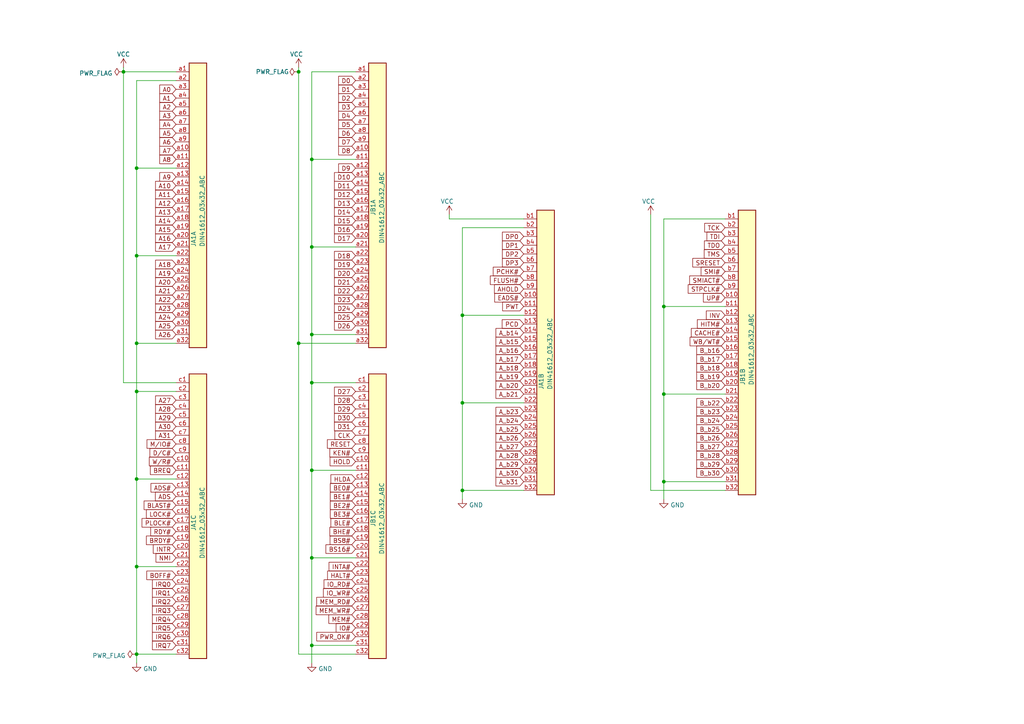
<source format=kicad_sch>
(kicad_sch (version 20211123) (generator eeschema)
  (paper "A4")
  (lib_symbols
    (symbol "Private Lib:DIN41612_03x32_ABC"
      (property "Reference" "U" (at 0 0 0))
      (property "Value" "DIN41612_03x32_ABC" (at 0 2.54 0))
      (symbol "DIN41612_03x32_ABC_0_1"
        (rectangle (start -2.54 -2.54) (end 2.54 -85.09) (stroke (width 0.254)) (fill (type background)))
      )
      (symbol "DIN41612_03x32_ABC_1_1"
        (pin passive line (at -6.35 -5.08 0) (length 3.81) (name "") (number "a1"))
        (pin passive line (at -6.35 -27.94 0) (length 3.81) (name "") (number "a10"))
        (pin passive line (at -6.35 -30.48 0) (length 3.81) (name "") (number "a11"))
        (pin passive line (at -6.35 -33.02 0) (length 3.81) (name "") (number "a12"))
        (pin passive line (at -6.35 -35.56 0) (length 3.81) (name "") (number "a13"))
        (pin passive line (at -6.35 -38.1 0) (length 3.81) (name "") (number "a14"))
        (pin passive line (at -6.35 -40.64 0) (length 3.81) (name "") (number "a15"))
        (pin passive line (at -6.35 -43.18 0) (length 3.81) (name "") (number "a16"))
        (pin passive line (at -6.35 -45.72 0) (length 3.81) (name "") (number "a17"))
        (pin passive line (at -6.35 -48.26 0) (length 3.81) (name "") (number "a18"))
        (pin passive line (at -6.35 -50.8 0) (length 3.81) (name "") (number "a19"))
        (pin passive line (at -6.35 -7.62 0) (length 3.81) (name "") (number "a2"))
        (pin passive line (at -6.35 -53.34 0) (length 3.81) (name "") (number "a20"))
        (pin passive line (at -6.35 -55.88 0) (length 3.81) (name "") (number "a21"))
        (pin passive line (at -6.35 -58.42 0) (length 3.81) (name "") (number "a22"))
        (pin passive line (at -6.35 -60.96 0) (length 3.81) (name "") (number "a23"))
        (pin passive line (at -6.35 -63.5 0) (length 3.81) (name "") (number "a24"))
        (pin passive line (at -6.35 -66.04 0) (length 3.81) (name "") (number "a25"))
        (pin passive line (at -6.35 -68.58 0) (length 3.81) (name "") (number "a26"))
        (pin passive line (at -6.35 -71.12 0) (length 3.81) (name "") (number "a27"))
        (pin passive line (at -6.35 -73.66 0) (length 3.81) (name "") (number "a28"))
        (pin passive line (at -6.35 -76.2 0) (length 3.81) (name "") (number "a29"))
        (pin passive line (at -6.35 -10.16 0) (length 3.81) (name "") (number "a3"))
        (pin passive line (at -6.35 -78.74 0) (length 3.81) (name "") (number "a30"))
        (pin passive line (at -6.35 -81.28 0) (length 3.81) (name "") (number "a31"))
        (pin passive line (at -6.35 -83.82 0) (length 3.81) (name "") (number "a32"))
        (pin passive line (at -6.35 -12.7 0) (length 3.81) (name "") (number "a4"))
        (pin passive line (at -6.35 -15.24 0) (length 3.81) (name "") (number "a5"))
        (pin passive line (at -6.35 -17.78 0) (length 3.81) (name "") (number "a6"))
        (pin passive line (at -6.35 -20.32 0) (length 3.81) (name "") (number "a7"))
        (pin passive line (at -6.35 -22.86 0) (length 3.81) (name "") (number "a8"))
        (pin passive line (at -6.35 -25.4 0) (length 3.81) (name "") (number "a9"))
      )
      (symbol "DIN41612_03x32_ABC_2_1"
        (pin passive line (at -6.35 -5.08 0) (length 3.81) (name "") (number "b1"))
        (pin passive line (at -6.35 -27.94 0) (length 3.81) (name "") (number "b10"))
        (pin passive line (at -6.35 -30.48 0) (length 3.81) (name "") (number "b11"))
        (pin passive line (at -6.35 -33.02 0) (length 3.81) (name "") (number "b12"))
        (pin passive line (at -6.35 -35.56 0) (length 3.81) (name "") (number "b13"))
        (pin passive line (at -6.35 -38.1 0) (length 3.81) (name "") (number "b14"))
        (pin passive line (at -6.35 -40.64 0) (length 3.81) (name "") (number "b15"))
        (pin passive line (at -6.35 -43.18 0) (length 3.81) (name "") (number "b16"))
        (pin passive line (at -6.35 -45.72 0) (length 3.81) (name "") (number "b17"))
        (pin passive line (at -6.35 -48.26 0) (length 3.81) (name "") (number "b18"))
        (pin passive line (at -6.35 -50.8 0) (length 3.81) (name "") (number "b19"))
        (pin passive line (at -6.35 -7.62 0) (length 3.81) (name "") (number "b2"))
        (pin passive line (at -6.35 -53.34 0) (length 3.81) (name "") (number "b20"))
        (pin passive line (at -6.35 -55.88 0) (length 3.81) (name "") (number "b21"))
        (pin passive line (at -6.35 -58.42 0) (length 3.81) (name "") (number "b22"))
        (pin passive line (at -6.35 -60.96 0) (length 3.81) (name "") (number "b23"))
        (pin passive line (at -6.35 -63.5 0) (length 3.81) (name "") (number "b24"))
        (pin passive line (at -6.35 -66.04 0) (length 3.81) (name "") (number "b25"))
        (pin passive line (at -6.35 -68.58 0) (length 3.81) (name "") (number "b26"))
        (pin passive line (at -6.35 -71.12 0) (length 3.81) (name "") (number "b27"))
        (pin passive line (at -6.35 -73.66 0) (length 3.81) (name "") (number "b28"))
        (pin passive line (at -6.35 -76.2 0) (length 3.81) (name "") (number "b29"))
        (pin passive line (at -6.35 -10.16 0) (length 3.81) (name "") (number "b3"))
        (pin passive line (at -6.35 -78.74 0) (length 3.81) (name "") (number "b30"))
        (pin passive line (at -6.35 -81.28 0) (length 3.81) (name "") (number "b31"))
        (pin passive line (at -6.35 -83.82 0) (length 3.81) (name "") (number "b32"))
        (pin passive line (at -6.35 -12.7 0) (length 3.81) (name "") (number "b4"))
        (pin passive line (at -6.35 -15.24 0) (length 3.81) (name "") (number "b5"))
        (pin passive line (at -6.35 -17.78 0) (length 3.81) (name "") (number "b6"))
        (pin passive line (at -6.35 -20.32 0) (length 3.81) (name "") (number "b7"))
        (pin passive line (at -6.35 -22.86 0) (length 3.81) (name "") (number "b8"))
        (pin passive line (at -6.35 -25.4 0) (length 3.81) (name "") (number "b9"))
      )
      (symbol "DIN41612_03x32_ABC_3_1"
        (pin passive line (at -6.35 -5.08 0) (length 3.81) (name "") (number "c1"))
        (pin passive line (at -6.35 -27.94 0) (length 3.81) (name "") (number "c10"))
        (pin passive line (at -6.35 -30.48 0) (length 3.81) (name "") (number "c11"))
        (pin passive line (at -6.35 -33.02 0) (length 3.81) (name "") (number "c12"))
        (pin passive line (at -6.35 -35.56 0) (length 3.81) (name "") (number "c13"))
        (pin passive line (at -6.35 -38.1 0) (length 3.81) (name "") (number "c14"))
        (pin passive line (at -6.35 -40.64 0) (length 3.81) (name "") (number "c15"))
        (pin passive line (at -6.35 -43.18 0) (length 3.81) (name "") (number "c16"))
        (pin passive line (at -6.35 -45.72 0) (length 3.81) (name "") (number "c17"))
        (pin passive line (at -6.35 -48.26 0) (length 3.81) (name "") (number "c18"))
        (pin passive line (at -6.35 -50.8 0) (length 3.81) (name "") (number "c19"))
        (pin passive line (at -6.35 -7.62 0) (length 3.81) (name "") (number "c2"))
        (pin passive line (at -6.35 -53.34 0) (length 3.81) (name "") (number "c20"))
        (pin passive line (at -6.35 -55.88 0) (length 3.81) (name "") (number "c21"))
        (pin passive line (at -6.35 -58.42 0) (length 3.81) (name "") (number "c22"))
        (pin passive line (at -6.35 -60.96 0) (length 3.81) (name "") (number "c23"))
        (pin passive line (at -6.35 -63.5 0) (length 3.81) (name "") (number "c24"))
        (pin passive line (at -6.35 -66.04 0) (length 3.81) (name "") (number "c25"))
        (pin passive line (at -6.35 -68.58 0) (length 3.81) (name "") (number "c26"))
        (pin passive line (at -6.35 -71.12 0) (length 3.81) (name "") (number "c27"))
        (pin passive line (at -6.35 -73.66 0) (length 3.81) (name "") (number "c28"))
        (pin passive line (at -6.35 -76.2 0) (length 3.81) (name "") (number "c29"))
        (pin passive line (at -6.35 -10.16 0) (length 3.81) (name "") (number "c3"))
        (pin passive line (at -6.35 -78.74 0) (length 3.81) (name "") (number "c30"))
        (pin passive line (at -6.35 -81.28 0) (length 3.81) (name "") (number "c31"))
        (pin passive line (at -6.35 -83.82 0) (length 3.81) (name "") (number "c32"))
        (pin passive line (at -6.35 -12.7 0) (length 3.81) (name "") (number "c4"))
        (pin passive line (at -6.35 -15.24 0) (length 3.81) (name "") (number "c5"))
        (pin passive line (at -6.35 -17.78 0) (length 3.81) (name "") (number "c6"))
        (pin passive line (at -6.35 -20.32 0) (length 3.81) (name "") (number "c7"))
        (pin passive line (at -6.35 -22.86 0) (length 3.81) (name "") (number "c8"))
        (pin passive line (at -6.35 -25.4 0) (length 3.81) (name "") (number "c9"))
      )
    )
    (symbol "power:GND" (power) (pin_names (offset 0))
      (property "Value" "GND" (at 0 -3.81 0))
      (symbol "GND_0_1"
        (polyline (pts (xy 0 0) (xy 0 -1.27) (xy 1.27 -1.27) (xy 0 -2.54) (xy -1.27 -1.27) (xy 0 -1.27)))
      )
      (symbol "GND_1_1"
        (pin power_in line (at 0 0 270) (length 0) hide (name "GND") (number "1"))
      )
    )
    (symbol "power:PWR_FLAG" (power) (pin_numbers hide) (pin_names (offset 0) hide)
      (property "Value" "PWR_FLAG" (at 0 3.81 0))
      (symbol "PWR_FLAG_0_0"
        (pin power_out line (at 0 0 90) (length 0) (name "pwr") (number "1"))
      )
      (symbol "PWR_FLAG_0_1"
        (polyline (pts (xy 0 0) (xy 0 1.27) (xy -1.016 1.905) (xy 0 2.54) (xy 1.016 1.905) (xy 0 1.27)))
      )
    )
    (symbol "power:VCC" (power) (pin_names (offset 0))
      (property "Value" "VCC" (at 0 3.81 0))
      (symbol "VCC_0_1"
        (polyline (pts (xy -0.762 1.27) (xy 0 2.54)))
        (polyline (pts (xy 0 0) (xy 0 2.54)))
        (polyline (pts (xy 0 2.54) (xy 0.762 1.27)))
      )
      (symbol "VCC_1_1"
        (pin power_in line (at 0 0 90) (length 0) hide (name "VCC") (number "1"))
      )
    )
  )
  (junction (at 86.614 99.568))
  (junction (at 90.424 110.998))
  (junction (at 90.424 46.228))
  (junction (at 134.112 116.84))
  (junction (at 39.624 164.338))
  (junction (at 90.424 187.198))
  (junction (at 192.532 139.7))
  (junction (at 192.532 114.3))
  (junction (at 39.624 99.568))
  (junction (at 39.624 138.938))
  (junction (at 192.532 88.9))
  (junction (at 39.624 189.738))
  (junction (at 90.424 71.628))
  (junction (at 90.424 136.398))
  (junction (at 86.614 20.828))
  (junction (at 39.624 74.168))
  (junction (at 39.624 113.538))
  (junction (at 134.112 142.24))
  (junction (at 39.624 48.768))
  (junction (at 134.112 91.44))
  (junction (at 35.814 20.828))
  (junction (at 90.424 161.798))
  (junction (at 90.424 97.028))
  (wire (pts (xy 210.312 114.3) (xy 192.532 114.3)))
  (wire (pts (xy 39.624 48.768) (xy 51.054 48.768)))
  (wire (pts (xy 90.424 161.798) (xy 103.124 161.798)))
  (wire (pts (xy 39.624 74.168) (xy 39.624 99.568)))
  (wire (pts (xy 86.614 99.568) (xy 86.614 189.738)))
  (wire (pts (xy 192.532 88.9) (xy 210.312 88.9)))
  (wire (pts (xy 90.424 46.228) (xy 103.124 46.228)))
  (wire (pts (xy 134.112 116.84) (xy 134.112 142.24)))
  (wire (pts (xy 39.624 138.938) (xy 51.054 138.938)))
  (wire (pts (xy 90.424 71.628) (xy 90.424 97.028)))
  (wire (pts (xy 39.624 189.738) (xy 51.054 189.738)))
  (wire (pts (xy 103.124 20.828) (xy 90.424 20.828)))
  (wire (pts (xy 86.614 19.558) (xy 86.614 20.828)))
  (wire (pts (xy 86.614 99.568) (xy 103.124 99.568)))
  (wire (pts (xy 86.614 189.738) (xy 103.124 189.738)))
  (wire (pts (xy 151.892 66.04) (xy 134.112 66.04)))
  (wire (pts (xy 39.624 23.368) (xy 39.624 48.768)))
  (wire (pts (xy 90.424 187.198) (xy 90.424 192.278)))
  (wire (pts (xy 210.312 139.7) (xy 192.532 139.7)))
  (wire (pts (xy 134.112 66.04) (xy 134.112 91.44)))
  (wire (pts (xy 39.624 138.938) (xy 39.624 164.338)))
  (wire (pts (xy 90.424 71.628) (xy 103.124 71.628)))
  (wire (pts (xy 130.302 62.23) (xy 130.302 63.5)))
  (wire (pts (xy 35.814 110.998) (xy 51.054 110.998)))
  (wire (pts (xy 39.624 164.338) (xy 39.624 189.738)))
  (wire (pts (xy 192.532 88.9) (xy 192.532 114.3)))
  (wire (pts (xy 39.624 99.568) (xy 51.054 99.568)))
  (wire (pts (xy 90.424 136.398) (xy 103.124 136.398)))
  (wire (pts (xy 35.814 19.558) (xy 35.814 20.828)))
  (wire (pts (xy 210.312 142.24) (xy 188.722 142.24)))
  (wire (pts (xy 192.532 139.7) (xy 192.532 144.78)))
  (wire (pts (xy 90.424 161.798) (xy 90.424 187.198)))
  (wire (pts (xy 90.424 136.398) (xy 90.424 161.798)))
  (wire (pts (xy 39.624 192.278) (xy 39.624 189.738)))
  (wire (pts (xy 134.112 91.44) (xy 134.112 116.84)))
  (wire (pts (xy 134.112 91.44) (xy 151.892 91.44)))
  (wire (pts (xy 90.424 20.828) (xy 90.424 46.228)))
  (wire (pts (xy 90.424 46.228) (xy 90.424 71.628)))
  (wire (pts (xy 90.424 187.198) (xy 103.124 187.198)))
  (wire (pts (xy 39.624 99.568) (xy 39.624 113.538)))
  (wire (pts (xy 90.424 97.028) (xy 103.124 97.028)))
  (wire (pts (xy 90.424 110.998) (xy 90.424 136.398)))
  (wire (pts (xy 151.892 116.84) (xy 134.112 116.84)))
  (wire (pts (xy 210.312 63.5) (xy 192.532 63.5)))
  (wire (pts (xy 39.624 48.768) (xy 39.624 74.168)))
  (wire (pts (xy 51.054 23.368) (xy 39.624 23.368)))
  (wire (pts (xy 151.892 142.24) (xy 134.112 142.24)))
  (wire (pts (xy 35.814 20.828) (xy 35.814 110.998)))
  (wire (pts (xy 90.424 110.998) (xy 103.124 110.998)))
  (wire (pts (xy 39.624 113.538) (xy 51.054 113.538)))
  (wire (pts (xy 192.532 63.5) (xy 192.532 88.9)))
  (wire (pts (xy 39.624 74.168) (xy 51.054 74.168)))
  (wire (pts (xy 39.624 113.538) (xy 39.624 138.938)))
  (wire (pts (xy 90.424 97.028) (xy 90.424 110.998)))
  (wire (pts (xy 86.614 20.828) (xy 86.614 99.568)))
  (wire (pts (xy 134.112 144.78) (xy 134.112 142.24)))
  (wire (pts (xy 39.624 164.338) (xy 51.054 164.338)))
  (wire (pts (xy 192.532 114.3) (xy 192.532 139.7)))
  (wire (pts (xy 130.302 63.5) (xy 151.892 63.5)))
  (wire (pts (xy 188.722 62.23) (xy 188.722 142.24)))
  (wire (pts (xy 35.814 20.828) (xy 51.054 20.828)))
  (global_label "A24" (shape input) (at 51.054 91.948 180) (property "Intersheet References" "${INTERSHEET_REFS}" (effects hide)))
  (global_label "A6" (shape input) (at 51.054 41.148 180) (property "Intersheet References" "${INTERSHEET_REFS}" (effects hide)))
  (global_label "D9" (shape input) (at 103.124 48.768 180) (property "Intersheet References" "${INTERSHEET_REFS}" (effects hide)))
  (global_label "DP3" (shape input) (at 151.892 76.2 180) (property "Intersheet References" "${INTERSHEET_REFS}" (effects hide)))
  (global_label "D18" (shape input) (at 103.124 74.168 180) (property "Intersheet References" "${INTERSHEET_REFS}" (effects hide)))
  (global_label "KEN#" (shape input) (at 103.124 131.318 180) (property "Intersheet References" "${INTERSHEET_REFS}" (effects hide)))
  (global_label "EADS#" (shape input) (at 151.892 86.36 180) (property "Intersheet References" "${INTERSHEET_REFS}" (effects hide)))
  (global_label "A_b25" (shape input) (at 151.892 124.46 180) (property "Intersheet References" "${INTERSHEET_REFS}" (effects hide)))
  (global_label "ADS#" (shape input) (at 51.054 141.478 180) (property "Intersheet References" "${INTERSHEET_REFS}" (effects hide)))
  (global_label "MEM_RD#" (shape input) (at 103.124 174.498 180) (property "Intersheet References" "${INTERSHEET_REFS}" (effects hide)))
  (global_label "FLUSH#" (shape input) (at 151.892 81.28 180) (property "Intersheet References" "${INTERSHEET_REFS}" (effects hide)))
  (global_label "RDY#" (shape input) (at 51.054 154.178 180) (property "Intersheet References" "${INTERSHEET_REFS}" (effects hide)))
  (global_label "A25" (shape input) (at 51.054 94.488 180) (property "Intersheet References" "${INTERSHEET_REFS}" (effects hide)))
  (global_label "UP#" (shape input) (at 210.312 86.36 180) (property "Intersheet References" "${INTERSHEET_REFS}" (effects hide)))
  (global_label "D26" (shape input) (at 103.124 94.488 180) (property "Intersheet References" "${INTERSHEET_REFS}" (effects hide)))
  (global_label "D30" (shape input) (at 103.124 121.158 180) (property "Intersheet References" "${INTERSHEET_REFS}" (effects hide)))
  (global_label "A_b17" (shape input) (at 151.892 104.14 180) (property "Intersheet References" "${INTERSHEET_REFS}" (effects hide)))
  (global_label "IRQ0" (shape input) (at 51.054 169.418 180) (property "Intersheet References" "${INTERSHEET_REFS}" (effects hide)))
  (global_label "TDO" (shape input) (at 210.312 71.12 180) (property "Intersheet References" "${INTERSHEET_REFS}" (effects hide)))
  (global_label "D12" (shape input) (at 103.124 56.388 180) (property "Intersheet References" "${INTERSHEET_REFS}" (effects hide)))
  (global_label "A17" (shape input) (at 51.054 71.628 180) (property "Intersheet References" "${INTERSHEET_REFS}" (effects hide)))
  (global_label "A19" (shape input) (at 51.054 79.248 180) (property "Intersheet References" "${INTERSHEET_REFS}" (effects hide)))
  (global_label "STPCLK#" (shape input) (at 210.312 83.82 180) (property "Intersheet References" "${INTERSHEET_REFS}" (effects hide)))
  (global_label "HLDA" (shape input) (at 103.124 138.938 180) (property "Intersheet References" "${INTERSHEET_REFS}" (effects hide)))
  (global_label "DP1" (shape input) (at 151.892 71.12 180) (property "Intersheet References" "${INTERSHEET_REFS}" (effects hide)))
  (global_label "D4" (shape input) (at 103.124 33.528 180) (property "Intersheet References" "${INTERSHEET_REFS}" (effects hide)))
  (global_label "BRDY#" (shape input) (at 51.054 156.718 180) (property "Intersheet References" "${INTERSHEET_REFS}" (effects hide)))
  (global_label "M{slash}IO#" (shape input) (at 51.054 128.778 180) (property "Intersheet References" "${INTERSHEET_REFS}" (effects hide)))
  (global_label "SRESET" (shape input) (at 210.312 76.2 180) (property "Intersheet References" "${INTERSHEET_REFS}" (effects hide)))
  (global_label "A14" (shape input) (at 51.054 64.008 180) (property "Intersheet References" "${INTERSHEET_REFS}" (effects hide)))
  (global_label "A_b31" (shape input) (at 151.892 139.7 180) (property "Intersheet References" "${INTERSHEET_REFS}" (effects hide)))
  (global_label "INTA#" (shape input) (at 103.124 164.338 180) (property "Intersheet References" "${INTERSHEET_REFS}" (effects hide)))
  (global_label "A_b21" (shape input) (at 151.892 114.3 180) (property "Intersheet References" "${INTERSHEET_REFS}" (effects hide)))
  (global_label "IO_WR#" (shape input) (at 103.124 171.958 180) (property "Intersheet References" "${INTERSHEET_REFS}" (effects hide)))
  (global_label "A7" (shape input) (at 51.054 43.688 180) (property "Intersheet References" "${INTERSHEET_REFS}" (effects hide)))
  (global_label "A_b27" (shape input) (at 151.892 129.54 180) (property "Intersheet References" "${INTERSHEET_REFS}" (effects hide)))
  (global_label "BE3#" (shape input) (at 103.124 149.098 180) (property "Intersheet References" "${INTERSHEET_REFS}" (effects hide)))
  (global_label "BE2#" (shape input) (at 103.124 146.558 180) (property "Intersheet References" "${INTERSHEET_REFS}" (effects hide)))
  (global_label "A4" (shape input) (at 51.054 36.068 180) (property "Intersheet References" "${INTERSHEET_REFS}" (effects hide)))
  (global_label "DP2" (shape input) (at 151.892 73.66 180) (property "Intersheet References" "${INTERSHEET_REFS}" (effects hide)))
  (global_label "A13" (shape input) (at 51.054 61.468 180) (property "Intersheet References" "${INTERSHEET_REFS}" (effects hide)))
  (global_label "A_b30" (shape input) (at 151.892 137.16 180) (property "Intersheet References" "${INTERSHEET_REFS}" (effects hide)))
  (global_label "BE1#" (shape input) (at 103.124 144.018 180) (property "Intersheet References" "${INTERSHEET_REFS}" (effects hide)))
  (global_label "A31" (shape input) (at 51.054 126.238 180) (property "Intersheet References" "${INTERSHEET_REFS}" (effects hide)))
  (global_label "D5" (shape input) (at 103.124 36.068 180) (property "Intersheet References" "${INTERSHEET_REFS}" (effects hide)))
  (global_label "A_b28" (shape input) (at 151.892 132.08 180) (property "Intersheet References" "${INTERSHEET_REFS}" (effects hide)))
  (global_label "W{slash}R#" (shape input) (at 51.054 133.858 180) (property "Intersheet References" "${INTERSHEET_REFS}" (effects hide)))
  (global_label "A22" (shape input) (at 51.054 86.868 180) (property "Intersheet References" "${INTERSHEET_REFS}" (effects hide)))
  (global_label "B_b30" (shape input) (at 210.312 137.16 180) (property "Intersheet References" "${INTERSHEET_REFS}" (effects hide)))
  (global_label "BLE#" (shape input) (at 103.124 151.638 180) (property "Intersheet References" "${INTERSHEET_REFS}" (effects hide)))
  (global_label "MEM_WR#" (shape input) (at 103.124 177.038 180) (property "Intersheet References" "${INTERSHEET_REFS}" (effects hide)))
  (global_label "D19" (shape input) (at 103.124 76.708 180) (property "Intersheet References" "${INTERSHEET_REFS}" (effects hide)))
  (global_label "B_b24" (shape input) (at 210.312 121.92 180) (property "Intersheet References" "${INTERSHEET_REFS}" (effects hide)))
  (global_label "D8" (shape input) (at 103.124 43.688 180) (property "Intersheet References" "${INTERSHEET_REFS}" (effects hide)))
  (global_label "B_b17" (shape input) (at 210.312 104.14 180) (property "Intersheet References" "${INTERSHEET_REFS}" (effects hide)))
  (global_label "IRQ5" (shape input) (at 51.054 182.118 180) (property "Intersheet References" "${INTERSHEET_REFS}" (effects hide)))
  (global_label "B_b16" (shape input) (at 210.312 101.6 180) (property "Intersheet References" "${INTERSHEET_REFS}" (effects hide)))
  (global_label "A23" (shape input) (at 51.054 89.408 180) (property "Intersheet References" "${INTERSHEET_REFS}" (effects hide)))
  (global_label "A1" (shape input) (at 51.054 28.448 180) (property "Intersheet References" "${INTERSHEET_REFS}" (effects hide)))
  (global_label "D14" (shape input) (at 103.124 61.468 180) (property "Intersheet References" "${INTERSHEET_REFS}" (effects hide)))
  (global_label "B_b26" (shape input) (at 210.312 127 180) (property "Intersheet References" "${INTERSHEET_REFS}" (effects hide)))
  (global_label "D{slash}C#" (shape input) (at 51.054 131.318 180) (property "Intersheet References" "${INTERSHEET_REFS}" (effects hide)))
  (global_label "A26" (shape input) (at 51.054 97.028 180) (property "Intersheet References" "${INTERSHEET_REFS}" (effects hide)))
  (global_label "B_b27" (shape input) (at 210.312 129.54 180) (property "Intersheet References" "${INTERSHEET_REFS}" (effects hide)))
  (global_label "D20" (shape input) (at 103.124 79.248 180) (property "Intersheet References" "${INTERSHEET_REFS}" (effects hide)))
  (global_label "D11" (shape input) (at 103.124 53.848 180) (property "Intersheet References" "${INTERSHEET_REFS}" (effects hide)))
  (global_label "INV" (shape input) (at 210.312 91.44 180) (property "Intersheet References" "${INTERSHEET_REFS}" (effects hide)))
  (global_label "B_b20" (shape input) (at 210.312 111.76 180) (property "Intersheet References" "${INTERSHEET_REFS}" (effects hide)))
  (global_label "INTR" (shape input) (at 51.054 159.258 180) (property "Intersheet References" "${INTERSHEET_REFS}" (effects hide)))
  (global_label "A_b14" (shape input) (at 151.892 96.52 180) (property "Intersheet References" "${INTERSHEET_REFS}" (effects hide)))
  (global_label "HOLD" (shape input) (at 103.124 133.858 180) (property "Intersheet References" "${INTERSHEET_REFS}" (effects hide)))
  (global_label "B_b29" (shape input) (at 210.312 134.62 180) (property "Intersheet References" "${INTERSHEET_REFS}" (effects hide)))
  (global_label "A_b15" (shape input) (at 151.892 99.06 180) (property "Intersheet References" "${INTERSHEET_REFS}" (effects hide)))
  (global_label "PCD" (shape input) (at 151.892 93.98 180) (property "Intersheet References" "${INTERSHEET_REFS}" (effects hide)))
  (global_label "SMIACT#" (shape input) (at 210.312 81.28 180) (property "Intersheet References" "${INTERSHEET_REFS}" (effects hide)))
  (global_label "B_b22" (shape input) (at 210.312 116.84 180) (property "Intersheet References" "${INTERSHEET_REFS}" (effects hide)))
  (global_label "D24" (shape input) (at 103.124 89.408 180) (property "Intersheet References" "${INTERSHEET_REFS}" (effects hide)))
  (global_label "PCHK#" (shape input) (at 151.892 78.74 180) (property "Intersheet References" "${INTERSHEET_REFS}" (effects hide)))
  (global_label "B_b19" (shape input) (at 210.312 109.22 180) (property "Intersheet References" "${INTERSHEET_REFS}" (effects hide)))
  (global_label "D31" (shape input) (at 103.124 123.698 180) (property "Intersheet References" "${INTERSHEET_REFS}" (effects hide)))
  (global_label "IO_RD#" (shape input) (at 103.124 169.418 180) (property "Intersheet References" "${INTERSHEET_REFS}" (effects hide)))
  (global_label "D0" (shape input) (at 103.124 23.368 180) (property "Intersheet References" "${INTERSHEET_REFS}" (effects hide)))
  (global_label "CLK" (shape input) (at 103.124 126.238 180) (property "Intersheet References" "${INTERSHEET_REFS}" (effects hide)))
  (global_label "D28" (shape input) (at 103.124 116.078 180) (property "Intersheet References" "${INTERSHEET_REFS}" (effects hide)))
  (global_label "WB{slash}WT#" (shape input) (at 210.312 99.06 180) (property "Intersheet References" "${INTERSHEET_REFS}" (effects hide)))
  (global_label "HITM#" (shape input) (at 210.312 93.98 180) (property "Intersheet References" "${INTERSHEET_REFS}" (effects hide)))
  (global_label "A18" (shape input) (at 51.054 76.708 180) (property "Intersheet References" "${INTERSHEET_REFS}" (effects hide)))
  (global_label "A_b26" (shape input) (at 151.892 127 180) (property "Intersheet References" "${INTERSHEET_REFS}" (effects hide)))
  (global_label "BREQ" (shape input) (at 51.054 136.398 180) (property "Intersheet References" "${INTERSHEET_REFS}" (effects hide)))
  (global_label "A29" (shape input) (at 51.054 121.158 180) (property "Intersheet References" "${INTERSHEET_REFS}" (effects hide)))
  (global_label "A21" (shape input) (at 51.054 84.328 180) (property "Intersheet References" "${INTERSHEET_REFS}" (effects hide)))
  (global_label "A_b18" (shape input) (at 151.892 106.68 180) (property "Intersheet References" "${INTERSHEET_REFS}" (effects hide)))
  (global_label "PLOCK#" (shape input) (at 51.054 151.638 180) (property "Intersheet References" "${INTERSHEET_REFS}" (effects hide)))
  (global_label "A27" (shape input) (at 51.054 116.078 180) (property "Intersheet References" "${INTERSHEET_REFS}" (effects hide)))
  (global_label "A10" (shape input) (at 51.054 53.848 180) (property "Intersheet References" "${INTERSHEET_REFS}" (effects hide)))
  (global_label "BLAST#" (shape input) (at 51.054 146.558 180) (property "Intersheet References" "${INTERSHEET_REFS}" (effects hide)))
  (global_label "A_b19" (shape input) (at 151.892 109.22 180) (property "Intersheet References" "${INTERSHEET_REFS}" (effects hide)))
  (global_label "D16" (shape input) (at 103.124 66.548 180) (property "Intersheet References" "${INTERSHEET_REFS}" (effects hide)))
  (global_label "BS8#" (shape input) (at 103.124 156.718 180) (property "Intersheet References" "${INTERSHEET_REFS}" (effects hide)))
  (global_label "SMI#" (shape input) (at 210.312 78.74 180) (property "Intersheet References" "${INTERSHEET_REFS}" (effects hide)))
  (global_label "IRQ4" (shape input) (at 51.054 179.578 180) (property "Intersheet References" "${INTERSHEET_REFS}" (effects hide)))
  (global_label "CACHE#" (shape input) (at 210.312 96.52 180) (property "Intersheet References" "${INTERSHEET_REFS}" (effects hide)))
  (global_label "BHE#" (shape input) (at 103.124 154.178 180) (property "Intersheet References" "${INTERSHEET_REFS}" (effects hide)))
  (global_label "BOFF#" (shape input) (at 51.054 166.878 180) (property "Intersheet References" "${INTERSHEET_REFS}" (effects hide)))
  (global_label "TMS" (shape input) (at 210.312 73.66 180) (property "Intersheet References" "${INTERSHEET_REFS}" (effects hide)))
  (global_label "DP0" (shape input) (at 151.892 68.58 180) (property "Intersheet References" "${INTERSHEET_REFS}" (effects hide)))
  (global_label "A12" (shape input) (at 51.054 58.928 180) (property "Intersheet References" "${INTERSHEET_REFS}" (effects hide)))
  (global_label "D15" (shape input) (at 103.124 64.008 180) (property "Intersheet References" "${INTERSHEET_REFS}" (effects hide)))
  (global_label "BE0#" (shape input) (at 103.124 141.478 180) (property "Intersheet References" "${INTERSHEET_REFS}" (effects hide)))
  (global_label "A9" (shape input) (at 51.054 51.308 180) (property "Intersheet References" "${INTERSHEET_REFS}" (effects hide)))
  (global_label "TDI" (shape input) (at 210.312 68.58 180) (property "Intersheet References" "${INTERSHEET_REFS}" (effects hide)))
  (global_label "A15" (shape input) (at 51.054 66.548 180) (property "Intersheet References" "${INTERSHEET_REFS}" (effects hide)))
  (global_label "PWR_OK#" (shape input) (at 103.124 184.658 180) (property "Intersheet References" "${INTERSHEET_REFS}" (effects hide)))
  (global_label "A30" (shape input) (at 51.054 123.698 180) (property "Intersheet References" "${INTERSHEET_REFS}" (effects hide)))
  (global_label "IRQ6" (shape input) (at 51.054 184.658 180) (property "Intersheet References" "${INTERSHEET_REFS}" (effects hide)))
  (global_label "A_b23" (shape input) (at 151.892 119.38 180) (property "Intersheet References" "${INTERSHEET_REFS}" (effects hide)))
  (global_label "IRQ1" (shape input) (at 51.054 171.958 180) (property "Intersheet References" "${INTERSHEET_REFS}" (effects hide)))
  (global_label "IRQ7" (shape input) (at 51.054 187.198 180) (property "Intersheet References" "${INTERSHEET_REFS}" (effects hide)))
  (global_label "D25" (shape input) (at 103.124 91.948 180) (property "Intersheet References" "${INTERSHEET_REFS}" (effects hide)))
  (global_label "A28" (shape input) (at 51.054 118.618 180) (property "Intersheet References" "${INTERSHEET_REFS}" (effects hide)))
  (global_label "A5" (shape input) (at 51.054 38.608 180) (property "Intersheet References" "${INTERSHEET_REFS}" (effects hide)))
  (global_label "D27" (shape input) (at 103.124 113.538 180) (property "Intersheet References" "${INTERSHEET_REFS}" (effects hide)))
  (global_label "IO#" (shape input) (at 103.124 182.118 180) (property "Intersheet References" "${INTERSHEET_REFS}" (effects hide)))
  (global_label "D10" (shape input) (at 103.124 51.308 180) (property "Intersheet References" "${INTERSHEET_REFS}" (effects hide)))
  (global_label "B_b28" (shape input) (at 210.312 132.08 180) (property "Intersheet References" "${INTERSHEET_REFS}" (effects hide)))
  (global_label "D3" (shape input) (at 103.124 30.988 180) (property "Intersheet References" "${INTERSHEET_REFS}" (effects hide)))
  (global_label "D29" (shape input) (at 103.124 118.618 180) (property "Intersheet References" "${INTERSHEET_REFS}" (effects hide)))
  (global_label "MEM#" (shape input) (at 103.124 179.578 180) (property "Intersheet References" "${INTERSHEET_REFS}" (effects hide)))
  (global_label "A16" (shape input) (at 51.054 69.088 180) (property "Intersheet References" "${INTERSHEET_REFS}" (effects hide)))
  (global_label "A3" (shape input) (at 51.054 33.528 180) (property "Intersheet References" "${INTERSHEET_REFS}" (effects hide)))
  (global_label "NMI" (shape input) (at 51.054 161.798 180) (property "Intersheet References" "${INTERSHEET_REFS}" (effects hide)))
  (global_label "B_b25" (shape input) (at 210.312 124.46 180) (property "Intersheet References" "${INTERSHEET_REFS}" (effects hide)))
  (global_label "D21" (shape input) (at 103.124 81.788 180) (property "Intersheet References" "${INTERSHEET_REFS}" (effects hide)))
  (global_label "A_b20" (shape input) (at 151.892 111.76 180) (property "Intersheet References" "${INTERSHEET_REFS}" (effects hide)))
  (global_label "A0" (shape input) (at 51.054 25.908 180) (property "Intersheet References" "${INTERSHEET_REFS}" (effects hide)))
  (global_label "A_b24" (shape input) (at 151.892 121.92 180) (property "Intersheet References" "${INTERSHEET_REFS}" (effects hide)))
  (global_label "D23" (shape input) (at 103.124 86.868 180) (property "Intersheet References" "${INTERSHEET_REFS}" (effects hide)))
  (global_label "A20" (shape input) (at 51.054 81.788 180) (property "Intersheet References" "${INTERSHEET_REFS}" (effects hide)))
  (global_label "ADS" (shape input) (at 51.054 144.018 180) (property "Intersheet References" "${INTERSHEET_REFS}" (effects hide)))
  (global_label "D1" (shape input) (at 103.124 25.908 180) (property "Intersheet References" "${INTERSHEET_REFS}" (effects hide)))
  (global_label "A11" (shape input) (at 51.054 56.388 180) (property "Intersheet References" "${INTERSHEET_REFS}" (effects hide)))
  (global_label "AHOLD" (shape input) (at 151.892 83.82 180) (property "Intersheet References" "${INTERSHEET_REFS}" (effects hide)))
  (global_label "IRQ3" (shape input) (at 51.054 177.038 180) (property "Intersheet References" "${INTERSHEET_REFS}" (effects hide)))
  (global_label "HALT#" (shape input) (at 103.124 166.878 180) (property "Intersheet References" "${INTERSHEET_REFS}" (effects hide)))
  (global_label "A_b16" (shape input) (at 151.892 101.6 180) (property "Intersheet References" "${INTERSHEET_REFS}" (effects hide)))
  (global_label "D2" (shape input) (at 103.124 28.448 180) (property "Intersheet References" "${INTERSHEET_REFS}" (effects hide)))
  (global_label "B_b23" (shape input) (at 210.312 119.38 180) (property "Intersheet References" "${INTERSHEET_REFS}" (effects hide)))
  (global_label "A8" (shape input) (at 51.054 46.228 180) (property "Intersheet References" "${INTERSHEET_REFS}" (effects hide)))
  (global_label "A2" (shape input) (at 51.054 30.988 180) (property "Intersheet References" "${INTERSHEET_REFS}" (effects hide)))
  (global_label "PWT" (shape input) (at 151.892 88.9 180) (property "Intersheet References" "${INTERSHEET_REFS}" (effects hide)))
  (global_label "RESET" (shape input) (at 103.124 128.778 180) (property "Intersheet References" "${INTERSHEET_REFS}" (effects hide)))
  (global_label "D13" (shape input) (at 103.124 58.928 180) (property "Intersheet References" "${INTERSHEET_REFS}" (effects hide)))
  (global_label "D17" (shape input) (at 103.124 69.088 180) (property "Intersheet References" "${INTERSHEET_REFS}" (effects hide)))
  (global_label "D6" (shape input) (at 103.124 38.608 180) (property "Intersheet References" "${INTERSHEET_REFS}" (effects hide)))
  (global_label "A_b29" (shape input) (at 151.892 134.62 180) (property "Intersheet References" "${INTERSHEET_REFS}" (effects hide)))
  (global_label "TCK" (shape input) (at 210.312 66.04 180) (property "Intersheet References" "${INTERSHEET_REFS}" (effects hide)))
  (global_label "LOCK#" (shape input) (at 51.054 149.098 180) (property "Intersheet References" "${INTERSHEET_REFS}" (effects hide)))
  (global_label "B_b18" (shape input) (at 210.312 106.68 180) (property "Intersheet References" "${INTERSHEET_REFS}" (effects hide)))
  (global_label "BS16#" (shape input) (at 103.124 159.258 180) (property "Intersheet References" "${INTERSHEET_REFS}" (effects hide)))
  (global_label "IRQ2" (shape input) (at 51.054 174.498 180) (property "Intersheet References" "${INTERSHEET_REFS}" (effects hide)))
  (global_label "D7" (shape input) (at 103.124 41.148 180) (property "Intersheet References" "${INTERSHEET_REFS}" (effects hide)))
  (global_label "D22" (shape input) (at 103.124 84.328 180) (property "Intersheet References" "${INTERSHEET_REFS}" (effects hide)))
  (symbol (lib_id "power:GND") (at 192.532 144.78 0) (mirror y) (unit 1)
    (property "Reference" "#PWR0107" (effects hide))
    (property "Value" "GND" (at 194.437 146.4838 0) (effects (justify right)))
  )
  (symbol (lib_id "power:PWR_FLAG") (at 86.614 20.828 90) (unit 1)
    (property "Reference" "#FLG0101" (effects hide))
    (property "Value" "PWR_FLAG" (at 78.994 20.828 90))
  )
  (symbol (lib_id "power:GND") (at 90.424 192.278 0) (mirror y) (unit 1)
    (property "Reference" "#PWR0103" (effects hide))
    (property "Value" "GND" (at 92.329 193.9818 0) (effects (justify right)))
  )
  (symbol (lib_id "Private Lib:DIN41612_03x32_ABC") (at 216.662 58.42 0) (unit 2)
    (property "Reference" "JB1" (at 215.392 111.76 90) (effects (justify left)))
    (property "Value" "DIN41612_03x32_ABC" (at 217.9289 111.76 90) (effects (justify left)))
    (property "Footprint" "Connector_DIN:DIN41612_C_3x32_Female_Vertical_THT" (effects hide))
  )
  (symbol (lib_id "power:VCC") (at 188.722 62.23 0) (mirror y) (unit 1)
    (property "Reference" "#PWR0108" (effects hide))
    (property "Value" "VCC" (at 186.182 58.42 0) (effects (justify right)))
  )
  (symbol (lib_id "power:VCC") (at 86.614 19.558 0) (mirror y) (unit 1)
    (property "Reference" "#PWR0101" (effects hide))
    (property "Value" "VCC" (at 84.074 15.748 0) (effects (justify right)))
  )
  (symbol (lib_id "Private Lib:DIN41612_03x32_ABC") (at 109.474 105.918 0) (unit 3)
    (property "Reference" "JB1" (at 108.204 150.368 90))
    (property "Value" "DIN41612_03x32_ABC" (at 110.7409 150.368 90))
    (property "Footprint" "Connector_DIN:DIN41612_C_3x32_Female_Vertical_THT" (effects hide))
  )
  (symbol (lib_id "power:GND") (at 39.624 192.278 0) (mirror y) (unit 1)
    (property "Reference" "#PWR0104" (effects hide))
    (property "Value" "GND" (at 41.529 193.9818 0) (effects (justify right)))
  )
  (symbol (lib_id "Private Lib:DIN41612_03x32_ABC") (at 57.404 105.918 0) (unit 3)
    (property "Reference" "JA1" (at 56.1371 151.638 90))
    (property "Value" "DIN41612_03x32_ABC" (at 58.674 151.638 90))
    (property "Footprint" "Connector_DIN:DIN41612_C_3x32_Female_Vertical_THT" (effects hide))
  )
  (symbol (lib_id "power:VCC") (at 35.814 19.558 0) (mirror y) (unit 1)
    (property "Reference" "#PWR0102" (effects hide))
    (property "Value" "VCC" (at 35.814 15.748 0))
  )
  (symbol (lib_id "power:VCC") (at 130.302 62.23 0) (mirror y) (unit 1)
    (property "Reference" "#PWR0106" (effects hide))
    (property "Value" "VCC" (at 127.762 58.42 0) (effects (justify right)))
  )
  (symbol (lib_id "Private Lib:DIN41612_03x32_ABC") (at 158.242 58.42 0) (unit 2)
    (property "Reference" "JA1" (at 156.9751 113.03 90) (effects (justify left)))
    (property "Value" "DIN41612_03x32_ABC" (at 159.512 113.03 90) (effects (justify left)))
    (property "Footprint" "Connector_DIN:DIN41612_C_3x32_Female_Vertical_THT" (effects hide))
  )
  (symbol (lib_id "power:PWR_FLAG") (at 35.814 20.828 90) (unit 1)
    (property "Reference" "#FLG0102" (effects hide))
    (property "Value" "PWR_FLAG" (at 32.6391 21.2618 90) (effects (justify left)))
  )
  (symbol (lib_id "Private Lib:DIN41612_03x32_ABC") (at 109.474 15.748 0) (unit 1)
    (property "Reference" "JB1" (at 108.204 60.198 90))
    (property "Value" "DIN41612_03x32_ABC" (at 110.7409 60.198 90))
    (property "Footprint" "Connector_DIN:DIN41612_C_3x32_Female_Vertical_THT" (effects hide))
  )
  (symbol (lib_id "power:PWR_FLAG") (at 39.624 189.738 90) (unit 1)
    (property "Reference" "#FLG0103" (effects hide))
    (property "Value" "PWR_FLAG" (at 36.4491 190.1718 90) (effects (justify left)))
  )
  (symbol (lib_id "power:GND") (at 134.112 144.78 0) (mirror y) (unit 1)
    (property "Reference" "#PWR0105" (effects hide))
    (property "Value" "GND" (at 136.017 146.4838 0) (effects (justify right)))
  )
  (symbol (lib_id "Private Lib:DIN41612_03x32_ABC") (at 57.404 15.748 0) (unit 1)
    (property "Reference" "JA1" (at 56.1371 71.628 90) (effects (justify left)))
    (property "Value" "DIN41612_03x32_ABC" (at 58.674 71.628 90) (effects (justify left)))
    (property "Footprint" "Connector_DIN:DIN41612_C_3x32_Female_Vertical_THT" (effects hide))
  )
)
</source>
